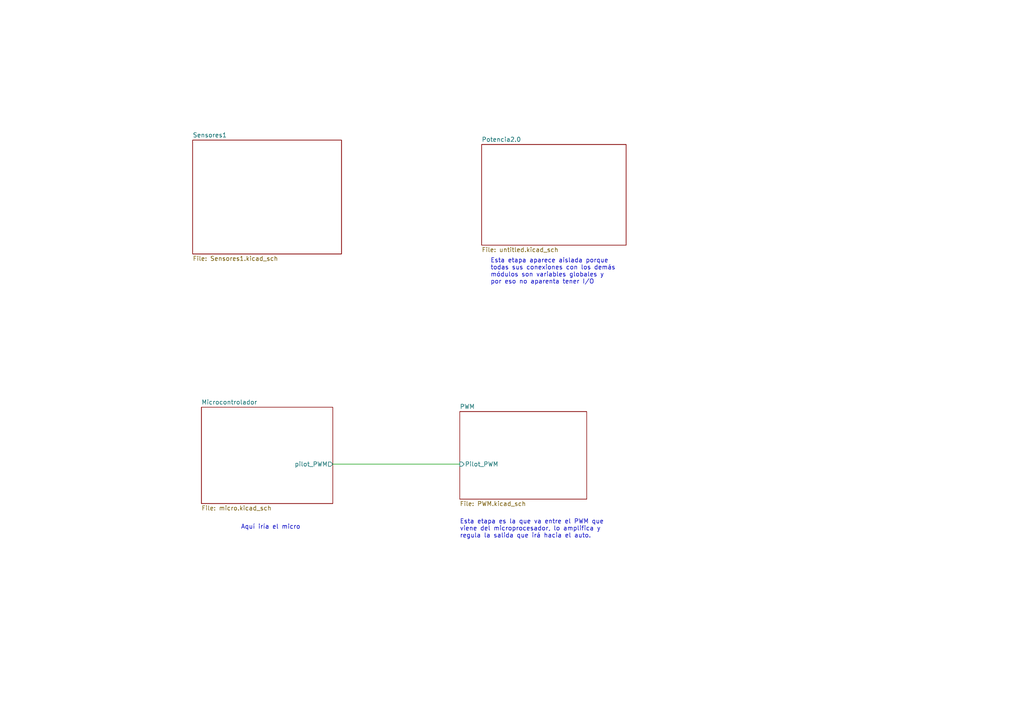
<source format=kicad_sch>
(kicad_sch (version 20230121) (generator eeschema)
  (paper "A4")
  (lib_symbols)
  (wire (pts (xy 96.52 134.62) (xy 133.35 134.62)))
  (text "Aquí iría el micro\n" (at 69.85 153.67 0) (effects (font (size 1.27 1.27)) (justify left bottom)))
  (text "Esta etapa es la que va entre el PWM que \nviene del microprocesador, lo amplifica y \nregula la salida que irá hacia el auto." (at 133.35 156.21 0) (effects (font (size 1.27 1.27)) (justify left bottom)))
  (text "Esta etapa aparece aislada porque\ntodas sus conexiones con los demás\nmódulos son variables globales y\npor eso no aparenta tener I/O" (at 142.24 82.55 0) (effects (font (size 1.27 1.27)) (justify left bottom)))
  (sheet (at 58.42 118.11) (size 38.1 27.94) (stroke (width 0.1524))
    (property "Sheetname" "Microcontrolador" (at 58.42 117.3984 0) (effects (justify left bottom)))
    (property "Sheetfile" "micro.kicad_sch" (at 58.42 146.6346 0) (effects (justify left top)))
    (pin "pilot_PWM" output (at 96.52 134.62 0))
  )
  (sheet (at 133.35 119.38) (size 36.83 25.4) (stroke (width 0.1524))
    (property "Sheetname" "PWM" (at 133.35 118.6684 0) (effects (justify left bottom)))
    (property "Sheetfile" "PWM.kicad_sch" (at 133.35 145.3646 0) (effects (justify left top)))
    (pin "Pilot_PWM" input (at 133.35 134.62 180))
  )
  (sheet (at 55.88 40.64) (size 43.18 33.02) (stroke (width 0.1524))
    (property "Sheetname" "Sensores1" (at 55.88 39.9284 0) (effects (justify left bottom)))
    (property "Sheetfile" "Sensores1.kicad_sch" (at 55.88 74.2446 0) (effects (justify left top)))
  )
  (sheet (at 139.7 41.91) (size 41.91 29.21) (stroke (width 0.1524))
    (property "Sheetname" "Potencia2.0" (at 139.7 41.1984 0) (effects (justify left bottom)))
    (property "Sheetfile" "untitled.kicad_sch" (at 139.7 71.7046 0) (effects (justify left top)))
  )
)
</source>
